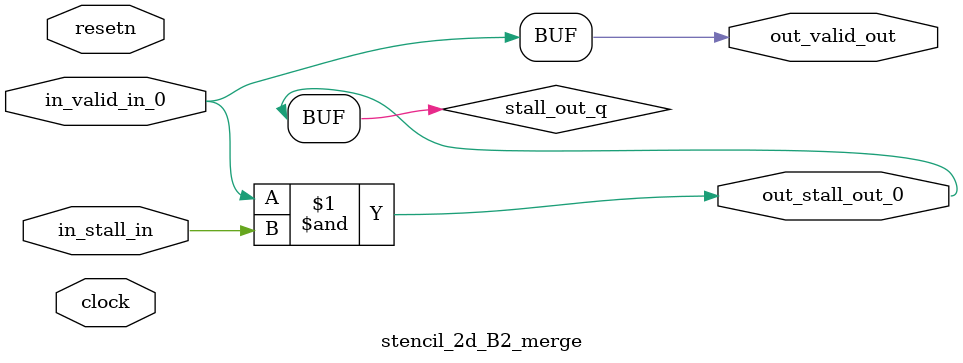
<source format=sv>



(* altera_attribute = "-name AUTO_SHIFT_REGISTER_RECOGNITION OFF; -name MESSAGE_DISABLE 10036; -name MESSAGE_DISABLE 10037; -name MESSAGE_DISABLE 14130; -name MESSAGE_DISABLE 14320; -name MESSAGE_DISABLE 15400; -name MESSAGE_DISABLE 14130; -name MESSAGE_DISABLE 10036; -name MESSAGE_DISABLE 12020; -name MESSAGE_DISABLE 12030; -name MESSAGE_DISABLE 12010; -name MESSAGE_DISABLE 12110; -name MESSAGE_DISABLE 14320; -name MESSAGE_DISABLE 13410; -name MESSAGE_DISABLE 113007; -name MESSAGE_DISABLE 10958" *)
module stencil_2d_B2_merge (
    input wire [0:0] in_stall_in,
    input wire [0:0] in_valid_in_0,
    output wire [0:0] out_stall_out_0,
    output wire [0:0] out_valid_out,
    input wire clock,
    input wire resetn
    );

    wire [0:0] stall_out_q;


    // stall_out(LOGICAL,6)
    assign stall_out_q = in_valid_in_0 & in_stall_in;

    // out_stall_out_0(GPOUT,4)
    assign out_stall_out_0 = stall_out_q;

    // out_valid_out(GPOUT,5)
    assign out_valid_out = in_valid_in_0;

endmodule

</source>
